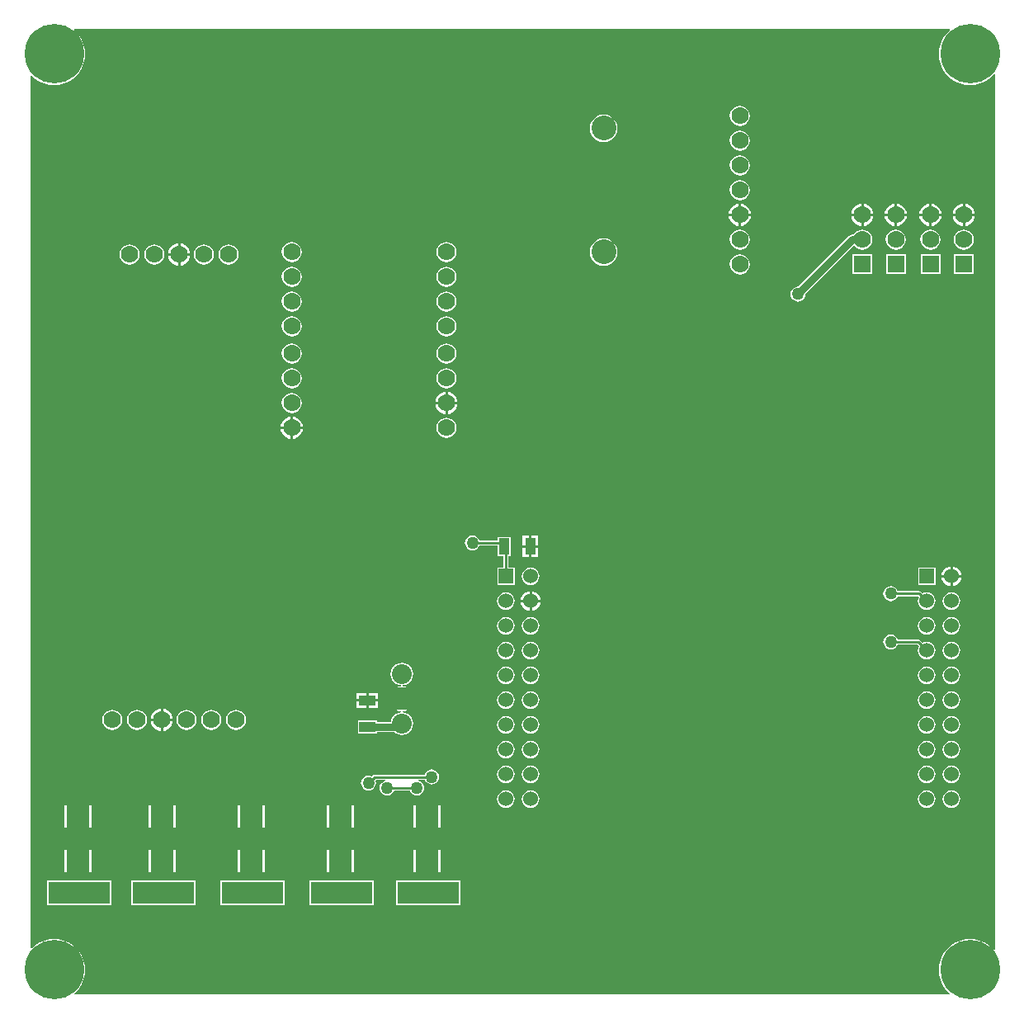
<source format=gbl>
G04*
G04 #@! TF.GenerationSoftware,Altium Limited,Altium Designer,18.1.9 (240)*
G04*
G04 Layer_Physical_Order=2*
G04 Layer_Color=16711680*
%FSLAX25Y25*%
%MOIN*%
G70*
G01*
G75*
%ADD10C,0.01000*%
%ADD13R,0.06693X0.04331*%
%ADD26C,0.03000*%
%ADD27C,0.07000*%
%ADD28R,0.07000X0.07000*%
%ADD29C,0.08000*%
%ADD30C,0.06000*%
%ADD31R,0.06000X0.06000*%
%ADD32C,0.10000*%
%ADD33R,0.09000X0.25000*%
%ADD34R,0.25000X0.09000*%
%ADD35C,0.05000*%
%ADD36C,0.24000*%
%ADD37R,0.04331X0.06693*%
G36*
X376912Y394531D02*
X376134Y393866D01*
X374856Y392370D01*
X373828Y390692D01*
X373075Y388875D01*
X372616Y386962D01*
X372461Y385000D01*
X372616Y383038D01*
X373075Y381125D01*
X373828Y379308D01*
X374856Y377630D01*
X376134Y376134D01*
X377630Y374856D01*
X379308Y373828D01*
X381125Y373075D01*
X383038Y372616D01*
X385000Y372461D01*
X386962Y372616D01*
X388875Y373075D01*
X390692Y373828D01*
X392370Y374856D01*
X393866Y376134D01*
X394531Y376912D01*
X395000Y376739D01*
Y23261D01*
X394531Y23088D01*
X393866Y23866D01*
X392370Y25144D01*
X390692Y26172D01*
X388875Y26925D01*
X386962Y27384D01*
X385000Y27539D01*
X383038Y27384D01*
X381125Y26925D01*
X379308Y26172D01*
X377630Y25144D01*
X376134Y23866D01*
X374856Y22370D01*
X373828Y20692D01*
X373075Y18875D01*
X372616Y16962D01*
X372461Y15000D01*
X372616Y13038D01*
X373075Y11125D01*
X373828Y9308D01*
X374856Y7630D01*
X376134Y6134D01*
X376912Y5469D01*
X376739Y5000D01*
X23261D01*
X23088Y5469D01*
X23866Y6134D01*
X25144Y7630D01*
X26172Y9308D01*
X26925Y11125D01*
X27384Y13038D01*
X27539Y15000D01*
X27384Y16962D01*
X26925Y18875D01*
X26172Y20692D01*
X25144Y22370D01*
X23866Y23866D01*
X22370Y25144D01*
X20692Y26172D01*
X18875Y26925D01*
X16962Y27384D01*
X15000Y27539D01*
X13038Y27384D01*
X11125Y26925D01*
X9308Y26172D01*
X7630Y25144D01*
X6134Y23866D01*
X5969Y23673D01*
X5500Y23846D01*
Y376154D01*
X5969Y376327D01*
X6134Y376134D01*
X7630Y374856D01*
X9308Y373828D01*
X11125Y373075D01*
X13038Y372616D01*
X15000Y372461D01*
X16962Y372616D01*
X18875Y373075D01*
X20692Y373828D01*
X22370Y374856D01*
X23866Y376134D01*
X25144Y377630D01*
X26172Y379308D01*
X26925Y381125D01*
X27384Y383038D01*
X27539Y385000D01*
X27384Y386962D01*
X26925Y388875D01*
X26172Y390692D01*
X25144Y392370D01*
X23866Y393866D01*
X23088Y394531D01*
X23261Y395000D01*
X376739D01*
X376912Y394531D01*
D02*
G37*
%LPC*%
G36*
X292000Y364035D02*
X290956Y363897D01*
X289983Y363494D01*
X289147Y362853D01*
X288506Y362017D01*
X288103Y361044D01*
X287965Y360000D01*
X288103Y358956D01*
X288506Y357983D01*
X289147Y357147D01*
X289983Y356506D01*
X290956Y356103D01*
X292000Y355965D01*
X293044Y356103D01*
X294017Y356506D01*
X294853Y357147D01*
X295494Y357983D01*
X295897Y358956D01*
X296035Y360000D01*
X295897Y361044D01*
X295494Y362017D01*
X294853Y362853D01*
X294017Y363494D01*
X293044Y363897D01*
X292000Y364035D01*
D02*
G37*
G36*
X237000Y360547D02*
X235564Y360358D01*
X234226Y359804D01*
X233077Y358923D01*
X232196Y357774D01*
X231642Y356436D01*
X231452Y355000D01*
X231642Y353564D01*
X232196Y352226D01*
X233077Y351077D01*
X234226Y350196D01*
X235564Y349642D01*
X237000Y349452D01*
X238436Y349642D01*
X239774Y350196D01*
X240923Y351077D01*
X241804Y352226D01*
X242358Y353564D01*
X242547Y355000D01*
X242358Y356436D01*
X241804Y357774D01*
X240923Y358923D01*
X239774Y359804D01*
X238436Y360358D01*
X237000Y360547D01*
D02*
G37*
G36*
X292000Y354034D02*
X290956Y353897D01*
X289983Y353494D01*
X289147Y352853D01*
X288506Y352017D01*
X288103Y351044D01*
X287965Y350000D01*
X288103Y348956D01*
X288506Y347983D01*
X289147Y347147D01*
X289983Y346506D01*
X290956Y346103D01*
X292000Y345966D01*
X293044Y346103D01*
X294017Y346506D01*
X294853Y347147D01*
X295494Y347983D01*
X295897Y348956D01*
X296035Y350000D01*
X295897Y351044D01*
X295494Y352017D01*
X294853Y352853D01*
X294017Y353494D01*
X293044Y353897D01*
X292000Y354034D01*
D02*
G37*
G36*
Y344035D02*
X290956Y343897D01*
X289983Y343494D01*
X289147Y342853D01*
X288506Y342017D01*
X288103Y341044D01*
X287965Y340000D01*
X288103Y338956D01*
X288506Y337983D01*
X289147Y337147D01*
X289983Y336506D01*
X290956Y336103D01*
X292000Y335965D01*
X293044Y336103D01*
X294017Y336506D01*
X294853Y337147D01*
X295494Y337983D01*
X295897Y338956D01*
X296035Y340000D01*
X295897Y341044D01*
X295494Y342017D01*
X294853Y342853D01*
X294017Y343494D01*
X293044Y343897D01*
X292000Y344035D01*
D02*
G37*
G36*
Y334034D02*
X290956Y333897D01*
X289983Y333494D01*
X289147Y332853D01*
X288506Y332017D01*
X288103Y331044D01*
X287965Y330000D01*
X288103Y328956D01*
X288506Y327983D01*
X289147Y327147D01*
X289983Y326506D01*
X290956Y326103D01*
X292000Y325965D01*
X293044Y326103D01*
X294017Y326506D01*
X294853Y327147D01*
X295494Y327983D01*
X295897Y328956D01*
X296035Y330000D01*
X295897Y331044D01*
X295494Y332017D01*
X294853Y332853D01*
X294017Y333494D01*
X293044Y333897D01*
X292000Y334034D01*
D02*
G37*
G36*
X292500Y324473D02*
Y320500D01*
X296473D01*
X296384Y321175D01*
X295931Y322269D01*
X295209Y323209D01*
X294269Y323931D01*
X293175Y324384D01*
X292500Y324473D01*
D02*
G37*
G36*
X383000D02*
Y320500D01*
X386973D01*
X386884Y321175D01*
X386431Y322269D01*
X385709Y323209D01*
X384769Y323931D01*
X383675Y324384D01*
X383000Y324473D01*
D02*
G37*
G36*
X382000D02*
X381325Y324384D01*
X380231Y323931D01*
X379291Y323209D01*
X378569Y322269D01*
X378116Y321175D01*
X378027Y320500D01*
X382000D01*
Y324473D01*
D02*
G37*
G36*
X369500D02*
Y320500D01*
X373473D01*
X373384Y321175D01*
X372931Y322269D01*
X372209Y323209D01*
X371269Y323931D01*
X370175Y324384D01*
X369500Y324473D01*
D02*
G37*
G36*
X368500D02*
X367825Y324384D01*
X366731Y323931D01*
X365791Y323209D01*
X365069Y322269D01*
X364616Y321175D01*
X364527Y320500D01*
X368500D01*
Y324473D01*
D02*
G37*
G36*
X355500D02*
Y320500D01*
X359473D01*
X359384Y321175D01*
X358931Y322269D01*
X358209Y323209D01*
X357269Y323931D01*
X356175Y324384D01*
X355500Y324473D01*
D02*
G37*
G36*
X354500D02*
X353825Y324384D01*
X352731Y323931D01*
X351791Y323209D01*
X351069Y322269D01*
X350616Y321175D01*
X350527Y320500D01*
X354500D01*
Y324473D01*
D02*
G37*
G36*
X342000D02*
Y320500D01*
X345973D01*
X345884Y321175D01*
X345431Y322269D01*
X344709Y323209D01*
X343769Y323931D01*
X342675Y324384D01*
X342000Y324473D01*
D02*
G37*
G36*
X341000D02*
X340325Y324384D01*
X339231Y323931D01*
X338291Y323209D01*
X337569Y322269D01*
X337116Y321175D01*
X337027Y320500D01*
X341000D01*
Y324473D01*
D02*
G37*
G36*
X291500D02*
X290825Y324384D01*
X289731Y323931D01*
X288791Y323209D01*
X288069Y322269D01*
X287616Y321175D01*
X287527Y320500D01*
X291500D01*
Y324473D01*
D02*
G37*
G36*
X296473Y319500D02*
X292500D01*
Y315527D01*
X293175Y315616D01*
X294269Y316069D01*
X295209Y316791D01*
X295931Y317731D01*
X296384Y318825D01*
X296473Y319500D01*
D02*
G37*
G36*
X386973D02*
X383000D01*
Y315527D01*
X383675Y315616D01*
X384769Y316069D01*
X385709Y316791D01*
X386431Y317731D01*
X386884Y318825D01*
X386973Y319500D01*
D02*
G37*
G36*
X382000D02*
X378027D01*
X378116Y318825D01*
X378569Y317731D01*
X379291Y316791D01*
X380231Y316069D01*
X381325Y315616D01*
X382000Y315527D01*
Y319500D01*
D02*
G37*
G36*
X373473D02*
X369500D01*
Y315527D01*
X370175Y315616D01*
X371269Y316069D01*
X372209Y316791D01*
X372931Y317731D01*
X373384Y318825D01*
X373473Y319500D01*
D02*
G37*
G36*
X368500D02*
X364527D01*
X364616Y318825D01*
X365069Y317731D01*
X365791Y316791D01*
X366731Y316069D01*
X367825Y315616D01*
X368500Y315527D01*
Y319500D01*
D02*
G37*
G36*
X359473D02*
X355500D01*
Y315527D01*
X356175Y315616D01*
X357269Y316069D01*
X358209Y316791D01*
X358931Y317731D01*
X359384Y318825D01*
X359473Y319500D01*
D02*
G37*
G36*
X354500D02*
X350527D01*
X350616Y318825D01*
X351069Y317731D01*
X351791Y316791D01*
X352731Y316069D01*
X353825Y315616D01*
X354500Y315527D01*
Y319500D01*
D02*
G37*
G36*
X345973D02*
X342000D01*
Y315527D01*
X342675Y315616D01*
X343769Y316069D01*
X344709Y316791D01*
X345431Y317731D01*
X345884Y318825D01*
X345973Y319500D01*
D02*
G37*
G36*
X341000D02*
X337027D01*
X337116Y318825D01*
X337569Y317731D01*
X338291Y316791D01*
X339231Y316069D01*
X340325Y315616D01*
X341000Y315527D01*
Y319500D01*
D02*
G37*
G36*
X291500D02*
X287527D01*
X287616Y318825D01*
X288069Y317731D01*
X288791Y316791D01*
X289731Y316069D01*
X290825Y315616D01*
X291500Y315527D01*
Y319500D01*
D02*
G37*
G36*
X382500Y314035D02*
X381456Y313897D01*
X380483Y313494D01*
X379647Y312853D01*
X379006Y312017D01*
X378603Y311044D01*
X378466Y310000D01*
X378603Y308956D01*
X379006Y307983D01*
X379647Y307147D01*
X380483Y306506D01*
X381456Y306103D01*
X382500Y305965D01*
X383544Y306103D01*
X384517Y306506D01*
X385353Y307147D01*
X385994Y307983D01*
X386397Y308956D01*
X386535Y310000D01*
X386397Y311044D01*
X385994Y312017D01*
X385353Y312853D01*
X384517Y313494D01*
X383544Y313897D01*
X382500Y314035D01*
D02*
G37*
G36*
X369000D02*
X367956Y313897D01*
X366983Y313494D01*
X366147Y312853D01*
X365506Y312017D01*
X365103Y311044D01*
X364966Y310000D01*
X365103Y308956D01*
X365506Y307983D01*
X366147Y307147D01*
X366983Y306506D01*
X367956Y306103D01*
X369000Y305965D01*
X370044Y306103D01*
X371017Y306506D01*
X371853Y307147D01*
X372494Y307983D01*
X372897Y308956D01*
X373035Y310000D01*
X372897Y311044D01*
X372494Y312017D01*
X371853Y312853D01*
X371017Y313494D01*
X370044Y313897D01*
X369000Y314035D01*
D02*
G37*
G36*
X355000D02*
X353956Y313897D01*
X352983Y313494D01*
X352147Y312853D01*
X351506Y312017D01*
X351103Y311044D01*
X350965Y310000D01*
X351103Y308956D01*
X351506Y307983D01*
X352147Y307147D01*
X352983Y306506D01*
X353956Y306103D01*
X355000Y305965D01*
X356044Y306103D01*
X357017Y306506D01*
X357853Y307147D01*
X358494Y307983D01*
X358897Y308956D01*
X359034Y310000D01*
X358897Y311044D01*
X358494Y312017D01*
X357853Y312853D01*
X357017Y313494D01*
X356044Y313897D01*
X355000Y314035D01*
D02*
G37*
G36*
X341500D02*
X340456Y313897D01*
X339483Y313494D01*
X338647Y312853D01*
X338023Y312039D01*
X337500D01*
X336720Y311884D01*
X336058Y311442D01*
X315626Y291009D01*
X315500Y291026D01*
X314717Y290923D01*
X313987Y290620D01*
X313360Y290140D01*
X312879Y289513D01*
X312577Y288783D01*
X312474Y288000D01*
X312577Y287217D01*
X312879Y286487D01*
X313360Y285860D01*
X313987Y285380D01*
X314717Y285077D01*
X315500Y284974D01*
X316283Y285077D01*
X317013Y285380D01*
X317640Y285860D01*
X318121Y286487D01*
X318423Y287217D01*
X318526Y288000D01*
X318509Y288125D01*
X337894Y307511D01*
X338393Y307478D01*
X338647Y307147D01*
X339483Y306506D01*
X340456Y306103D01*
X341500Y305965D01*
X342544Y306103D01*
X343517Y306506D01*
X344353Y307147D01*
X344994Y307983D01*
X345397Y308956D01*
X345534Y310000D01*
X345397Y311044D01*
X344994Y312017D01*
X344353Y312853D01*
X343517Y313494D01*
X342544Y313897D01*
X341500Y314035D01*
D02*
G37*
G36*
X292000D02*
X290956Y313897D01*
X289983Y313494D01*
X289147Y312853D01*
X288506Y312017D01*
X288103Y311044D01*
X287965Y310000D01*
X288103Y308956D01*
X288506Y307983D01*
X289147Y307147D01*
X289983Y306506D01*
X290956Y306103D01*
X292000Y305965D01*
X293044Y306103D01*
X294017Y306506D01*
X294853Y307147D01*
X295494Y307983D01*
X295897Y308956D01*
X296035Y310000D01*
X295897Y311044D01*
X295494Y312017D01*
X294853Y312853D01*
X294017Y313494D01*
X293044Y313897D01*
X292000Y314035D01*
D02*
G37*
G36*
X66000Y308473D02*
Y304500D01*
X69973D01*
X69884Y305175D01*
X69431Y306269D01*
X68709Y307209D01*
X67769Y307931D01*
X66675Y308384D01*
X66000Y308473D01*
D02*
G37*
G36*
X65000D02*
X64325Y308384D01*
X63231Y307931D01*
X62291Y307209D01*
X61569Y306269D01*
X61116Y305175D01*
X61027Y304500D01*
X65000D01*
Y308473D01*
D02*
G37*
G36*
X173500Y309034D02*
X172456Y308897D01*
X171483Y308494D01*
X170647Y307853D01*
X170006Y307017D01*
X169603Y306044D01*
X169465Y305000D01*
X169603Y303956D01*
X170006Y302983D01*
X170647Y302147D01*
X171483Y301506D01*
X172456Y301103D01*
X173500Y300965D01*
X174544Y301103D01*
X175517Y301506D01*
X176353Y302147D01*
X176994Y302983D01*
X177397Y303956D01*
X177534Y305000D01*
X177397Y306044D01*
X176994Y307017D01*
X176353Y307853D01*
X175517Y308494D01*
X174544Y308897D01*
X173500Y309034D01*
D02*
G37*
G36*
X111000D02*
X109956Y308897D01*
X108983Y308494D01*
X108147Y307853D01*
X107506Y307017D01*
X107103Y306044D01*
X106965Y305000D01*
X107103Y303956D01*
X107506Y302983D01*
X108147Y302147D01*
X108983Y301506D01*
X109956Y301103D01*
X111000Y300965D01*
X112044Y301103D01*
X113017Y301506D01*
X113853Y302147D01*
X114494Y302983D01*
X114897Y303956D01*
X115034Y305000D01*
X114897Y306044D01*
X114494Y307017D01*
X113853Y307853D01*
X113017Y308494D01*
X112044Y308897D01*
X111000Y309034D01*
D02*
G37*
G36*
X85500Y308034D02*
X84456Y307897D01*
X83483Y307494D01*
X82647Y306853D01*
X82006Y306017D01*
X81603Y305044D01*
X81466Y304000D01*
X81603Y302956D01*
X82006Y301983D01*
X82647Y301147D01*
X83483Y300506D01*
X84456Y300103D01*
X85500Y299966D01*
X86544Y300103D01*
X87517Y300506D01*
X88353Y301147D01*
X88994Y301983D01*
X89397Y302956D01*
X89534Y304000D01*
X89397Y305044D01*
X88994Y306017D01*
X88353Y306853D01*
X87517Y307494D01*
X86544Y307897D01*
X85500Y308034D01*
D02*
G37*
G36*
X75500D02*
X74456Y307897D01*
X73483Y307494D01*
X72647Y306853D01*
X72006Y306017D01*
X71603Y305044D01*
X71465Y304000D01*
X71603Y302956D01*
X72006Y301983D01*
X72647Y301147D01*
X73483Y300506D01*
X74456Y300103D01*
X75500Y299966D01*
X76544Y300103D01*
X77517Y300506D01*
X78353Y301147D01*
X78994Y301983D01*
X79397Y302956D01*
X79535Y304000D01*
X79397Y305044D01*
X78994Y306017D01*
X78353Y306853D01*
X77517Y307494D01*
X76544Y307897D01*
X75500Y308034D01*
D02*
G37*
G36*
X55500D02*
X54456Y307897D01*
X53483Y307494D01*
X52647Y306853D01*
X52006Y306017D01*
X51603Y305044D01*
X51465Y304000D01*
X51603Y302956D01*
X52006Y301983D01*
X52647Y301147D01*
X53483Y300506D01*
X54456Y300103D01*
X55500Y299966D01*
X56544Y300103D01*
X57517Y300506D01*
X58353Y301147D01*
X58994Y301983D01*
X59397Y302956D01*
X59535Y304000D01*
X59397Y305044D01*
X58994Y306017D01*
X58353Y306853D01*
X57517Y307494D01*
X56544Y307897D01*
X55500Y308034D01*
D02*
G37*
G36*
X45500D02*
X44456Y307897D01*
X43483Y307494D01*
X42647Y306853D01*
X42006Y306017D01*
X41603Y305044D01*
X41465Y304000D01*
X41603Y302956D01*
X42006Y301983D01*
X42647Y301147D01*
X43483Y300506D01*
X44456Y300103D01*
X45500Y299966D01*
X46544Y300103D01*
X47517Y300506D01*
X48353Y301147D01*
X48994Y301983D01*
X49397Y302956D01*
X49534Y304000D01*
X49397Y305044D01*
X48994Y306017D01*
X48353Y306853D01*
X47517Y307494D01*
X46544Y307897D01*
X45500Y308034D01*
D02*
G37*
G36*
X69973Y303500D02*
X66000D01*
Y299527D01*
X66675Y299616D01*
X67769Y300069D01*
X68709Y300791D01*
X69431Y301731D01*
X69884Y302825D01*
X69973Y303500D01*
D02*
G37*
G36*
X65000D02*
X61027D01*
X61116Y302825D01*
X61569Y301731D01*
X62291Y300791D01*
X63231Y300069D01*
X64325Y299616D01*
X65000Y299527D01*
Y303500D01*
D02*
G37*
G36*
X237000Y310547D02*
X235564Y310358D01*
X234226Y309804D01*
X233077Y308923D01*
X232196Y307774D01*
X231642Y306436D01*
X231452Y305000D01*
X231642Y303564D01*
X232196Y302226D01*
X233077Y301077D01*
X234226Y300196D01*
X235564Y299642D01*
X237000Y299452D01*
X238436Y299642D01*
X239774Y300196D01*
X240923Y301077D01*
X241804Y302226D01*
X242358Y303564D01*
X242547Y305000D01*
X242358Y306436D01*
X241804Y307774D01*
X240923Y308923D01*
X239774Y309804D01*
X238436Y310358D01*
X237000Y310547D01*
D02*
G37*
G36*
X386500Y304000D02*
X378500D01*
Y296000D01*
X386500D01*
Y304000D01*
D02*
G37*
G36*
X373000D02*
X365000D01*
Y296000D01*
X373000D01*
Y304000D01*
D02*
G37*
G36*
X359000D02*
X351000D01*
Y296000D01*
X359000D01*
Y304000D01*
D02*
G37*
G36*
X345500D02*
X337500D01*
Y296000D01*
X345500D01*
Y304000D01*
D02*
G37*
G36*
X292000Y304034D02*
X290956Y303897D01*
X289983Y303494D01*
X289147Y302853D01*
X288506Y302017D01*
X288103Y301044D01*
X287965Y300000D01*
X288103Y298956D01*
X288506Y297983D01*
X289147Y297147D01*
X289983Y296506D01*
X290956Y296103D01*
X292000Y295966D01*
X293044Y296103D01*
X294017Y296506D01*
X294853Y297147D01*
X295494Y297983D01*
X295897Y298956D01*
X296035Y300000D01*
X295897Y301044D01*
X295494Y302017D01*
X294853Y302853D01*
X294017Y303494D01*
X293044Y303897D01*
X292000Y304034D01*
D02*
G37*
G36*
X173500Y299035D02*
X172456Y298897D01*
X171483Y298494D01*
X170647Y297853D01*
X170006Y297017D01*
X169603Y296044D01*
X169465Y295000D01*
X169603Y293956D01*
X170006Y292983D01*
X170647Y292147D01*
X171483Y291506D01*
X172456Y291103D01*
X173500Y290966D01*
X174544Y291103D01*
X175517Y291506D01*
X176353Y292147D01*
X176994Y292983D01*
X177397Y293956D01*
X177534Y295000D01*
X177397Y296044D01*
X176994Y297017D01*
X176353Y297853D01*
X175517Y298494D01*
X174544Y298897D01*
X173500Y299035D01*
D02*
G37*
G36*
X111000D02*
X109956Y298897D01*
X108983Y298494D01*
X108147Y297853D01*
X107506Y297017D01*
X107103Y296044D01*
X106965Y295000D01*
X107103Y293956D01*
X107506Y292983D01*
X108147Y292147D01*
X108983Y291506D01*
X109956Y291103D01*
X111000Y290966D01*
X112044Y291103D01*
X113017Y291506D01*
X113853Y292147D01*
X114494Y292983D01*
X114897Y293956D01*
X115034Y295000D01*
X114897Y296044D01*
X114494Y297017D01*
X113853Y297853D01*
X113017Y298494D01*
X112044Y298897D01*
X111000Y299035D01*
D02*
G37*
G36*
X173500Y289035D02*
X172456Y288897D01*
X171483Y288494D01*
X170647Y287853D01*
X170006Y287017D01*
X169603Y286044D01*
X169465Y285000D01*
X169603Y283956D01*
X170006Y282983D01*
X170647Y282147D01*
X171483Y281506D01*
X172456Y281103D01*
X173500Y280965D01*
X174544Y281103D01*
X175517Y281506D01*
X176353Y282147D01*
X176994Y282983D01*
X177397Y283956D01*
X177534Y285000D01*
X177397Y286044D01*
X176994Y287017D01*
X176353Y287853D01*
X175517Y288494D01*
X174544Y288897D01*
X173500Y289035D01*
D02*
G37*
G36*
X111000D02*
X109956Y288897D01*
X108983Y288494D01*
X108147Y287853D01*
X107506Y287017D01*
X107103Y286044D01*
X106965Y285000D01*
X107103Y283956D01*
X107506Y282983D01*
X108147Y282147D01*
X108983Y281506D01*
X109956Y281103D01*
X111000Y280965D01*
X112044Y281103D01*
X113017Y281506D01*
X113853Y282147D01*
X114494Y282983D01*
X114897Y283956D01*
X115034Y285000D01*
X114897Y286044D01*
X114494Y287017D01*
X113853Y287853D01*
X113017Y288494D01*
X112044Y288897D01*
X111000Y289035D01*
D02*
G37*
G36*
X173500Y279034D02*
X172456Y278897D01*
X171483Y278494D01*
X170647Y277853D01*
X170006Y277017D01*
X169603Y276044D01*
X169465Y275000D01*
X169603Y273956D01*
X170006Y272983D01*
X170647Y272147D01*
X171483Y271506D01*
X172456Y271103D01*
X173500Y270966D01*
X174544Y271103D01*
X175517Y271506D01*
X176353Y272147D01*
X176994Y272983D01*
X177397Y273956D01*
X177534Y275000D01*
X177397Y276044D01*
X176994Y277017D01*
X176353Y277853D01*
X175517Y278494D01*
X174544Y278897D01*
X173500Y279034D01*
D02*
G37*
G36*
X111000D02*
X109956Y278897D01*
X108983Y278494D01*
X108147Y277853D01*
X107506Y277017D01*
X107103Y276044D01*
X106965Y275000D01*
X107103Y273956D01*
X107506Y272983D01*
X108147Y272147D01*
X108983Y271506D01*
X109956Y271103D01*
X111000Y270966D01*
X112044Y271103D01*
X113017Y271506D01*
X113853Y272147D01*
X114494Y272983D01*
X114897Y273956D01*
X115034Y275000D01*
X114897Y276044D01*
X114494Y277017D01*
X113853Y277853D01*
X113017Y278494D01*
X112044Y278897D01*
X111000Y279034D01*
D02*
G37*
G36*
X173500Y268035D02*
X172456Y267897D01*
X171483Y267494D01*
X170647Y266853D01*
X170006Y266017D01*
X169603Y265044D01*
X169465Y264000D01*
X169603Y262956D01*
X170006Y261983D01*
X170647Y261147D01*
X171483Y260506D01*
X172456Y260103D01*
X173500Y259965D01*
X174544Y260103D01*
X175517Y260506D01*
X176353Y261147D01*
X176994Y261983D01*
X177397Y262956D01*
X177534Y264000D01*
X177397Y265044D01*
X176994Y266017D01*
X176353Y266853D01*
X175517Y267494D01*
X174544Y267897D01*
X173500Y268035D01*
D02*
G37*
G36*
X111000D02*
X109956Y267897D01*
X108983Y267494D01*
X108147Y266853D01*
X107506Y266017D01*
X107103Y265044D01*
X106965Y264000D01*
X107103Y262956D01*
X107506Y261983D01*
X108147Y261147D01*
X108983Y260506D01*
X109956Y260103D01*
X111000Y259965D01*
X112044Y260103D01*
X113017Y260506D01*
X113853Y261147D01*
X114494Y261983D01*
X114897Y262956D01*
X115034Y264000D01*
X114897Y265044D01*
X114494Y266017D01*
X113853Y266853D01*
X113017Y267494D01*
X112044Y267897D01*
X111000Y268035D01*
D02*
G37*
G36*
X173500Y258034D02*
X172456Y257897D01*
X171483Y257494D01*
X170647Y256853D01*
X170006Y256017D01*
X169603Y255044D01*
X169465Y254000D01*
X169603Y252956D01*
X170006Y251983D01*
X170647Y251147D01*
X171483Y250506D01*
X172456Y250103D01*
X173500Y249966D01*
X174544Y250103D01*
X175517Y250506D01*
X176353Y251147D01*
X176994Y251983D01*
X177397Y252956D01*
X177534Y254000D01*
X177397Y255044D01*
X176994Y256017D01*
X176353Y256853D01*
X175517Y257494D01*
X174544Y257897D01*
X173500Y258034D01*
D02*
G37*
G36*
X111000D02*
X109956Y257897D01*
X108983Y257494D01*
X108147Y256853D01*
X107506Y256017D01*
X107103Y255044D01*
X106965Y254000D01*
X107103Y252956D01*
X107506Y251983D01*
X108147Y251147D01*
X108983Y250506D01*
X109956Y250103D01*
X111000Y249966D01*
X112044Y250103D01*
X113017Y250506D01*
X113853Y251147D01*
X114494Y251983D01*
X114897Y252956D01*
X115034Y254000D01*
X114897Y255044D01*
X114494Y256017D01*
X113853Y256853D01*
X113017Y257494D01*
X112044Y257897D01*
X111000Y258034D01*
D02*
G37*
G36*
X174000Y248473D02*
Y244500D01*
X177973D01*
X177884Y245175D01*
X177431Y246269D01*
X176709Y247209D01*
X175769Y247931D01*
X174675Y248384D01*
X174000Y248473D01*
D02*
G37*
G36*
X173000D02*
X172325Y248384D01*
X171231Y247931D01*
X170291Y247209D01*
X169569Y246269D01*
X169116Y245175D01*
X169027Y244500D01*
X173000D01*
Y248473D01*
D02*
G37*
G36*
X111000Y248035D02*
X109956Y247897D01*
X108983Y247494D01*
X108147Y246853D01*
X107506Y246017D01*
X107103Y245044D01*
X106965Y244000D01*
X107103Y242956D01*
X107506Y241983D01*
X108147Y241147D01*
X108983Y240506D01*
X109956Y240103D01*
X111000Y239966D01*
X112044Y240103D01*
X113017Y240506D01*
X113853Y241147D01*
X114494Y241983D01*
X114897Y242956D01*
X115034Y244000D01*
X114897Y245044D01*
X114494Y246017D01*
X113853Y246853D01*
X113017Y247494D01*
X112044Y247897D01*
X111000Y248035D01*
D02*
G37*
G36*
X177973Y243500D02*
X174000D01*
Y239527D01*
X174675Y239616D01*
X175769Y240069D01*
X176709Y240791D01*
X177431Y241731D01*
X177884Y242825D01*
X177973Y243500D01*
D02*
G37*
G36*
X173000D02*
X169027D01*
X169116Y242825D01*
X169569Y241731D01*
X170291Y240791D01*
X171231Y240069D01*
X172325Y239616D01*
X173000Y239527D01*
Y243500D01*
D02*
G37*
G36*
X111500Y238473D02*
Y234500D01*
X115473D01*
X115384Y235175D01*
X114931Y236269D01*
X114209Y237209D01*
X113269Y237931D01*
X112175Y238384D01*
X111500Y238473D01*
D02*
G37*
G36*
X110500D02*
X109825Y238384D01*
X108731Y237931D01*
X107791Y237209D01*
X107069Y236269D01*
X106616Y235175D01*
X106527Y234500D01*
X110500D01*
Y238473D01*
D02*
G37*
G36*
X173500Y238035D02*
X172456Y237897D01*
X171483Y237494D01*
X170647Y236853D01*
X170006Y236017D01*
X169603Y235044D01*
X169465Y234000D01*
X169603Y232956D01*
X170006Y231983D01*
X170647Y231147D01*
X171483Y230506D01*
X172456Y230103D01*
X173500Y229965D01*
X174544Y230103D01*
X175517Y230506D01*
X176353Y231147D01*
X176994Y231983D01*
X177397Y232956D01*
X177534Y234000D01*
X177397Y235044D01*
X176994Y236017D01*
X176353Y236853D01*
X175517Y237494D01*
X174544Y237897D01*
X173500Y238035D01*
D02*
G37*
G36*
X115473Y233500D02*
X111500D01*
Y229527D01*
X112175Y229616D01*
X113269Y230069D01*
X114209Y230791D01*
X114931Y231731D01*
X115384Y232825D01*
X115473Y233500D01*
D02*
G37*
G36*
X110500D02*
X106527D01*
X106616Y232825D01*
X107069Y231731D01*
X107791Y230791D01*
X108731Y230069D01*
X109825Y229616D01*
X110500Y229527D01*
Y233500D01*
D02*
G37*
G36*
X210480Y190347D02*
X207815D01*
Y186500D01*
X210480D01*
Y190347D01*
D02*
G37*
G36*
X206815D02*
X204150D01*
Y186500D01*
X206815D01*
Y190347D01*
D02*
G37*
G36*
X210480Y185500D02*
X207815D01*
Y181653D01*
X210480D01*
Y185500D01*
D02*
G37*
G36*
X206815D02*
X204150D01*
Y181653D01*
X206815D01*
Y185500D01*
D02*
G37*
G36*
X378000Y177969D02*
Y174500D01*
X381469D01*
X381397Y175044D01*
X380994Y176017D01*
X380353Y176853D01*
X379517Y177494D01*
X378544Y177897D01*
X378000Y177969D01*
D02*
G37*
G36*
X377000D02*
X376456Y177897D01*
X375483Y177494D01*
X374647Y176853D01*
X374006Y176017D01*
X373603Y175044D01*
X373531Y174500D01*
X377000D01*
Y177969D01*
D02*
G37*
G36*
X371000Y177500D02*
X364000D01*
Y170500D01*
X371000D01*
Y177500D01*
D02*
G37*
G36*
X184000Y190526D02*
X183217Y190423D01*
X182487Y190120D01*
X181860Y189640D01*
X181379Y189013D01*
X181077Y188283D01*
X180974Y187500D01*
X181077Y186717D01*
X181379Y185987D01*
X181860Y185360D01*
X182487Y184880D01*
X183217Y184577D01*
X184000Y184474D01*
X184783Y184577D01*
X185513Y184880D01*
X186140Y185360D01*
X186620Y185987D01*
X186825Y186480D01*
X194020D01*
Y182153D01*
X196480D01*
Y177500D01*
X194000D01*
Y170500D01*
X201000D01*
Y177500D01*
X198520D01*
Y182153D01*
X199350D01*
Y189847D01*
X194020D01*
Y188520D01*
X186825D01*
X186620Y189013D01*
X186140Y189640D01*
X185513Y190120D01*
X184783Y190423D01*
X184000Y190526D01*
D02*
G37*
G36*
X207500Y177530D02*
X206586Y177410D01*
X205735Y177057D01*
X205004Y176496D01*
X204443Y175765D01*
X204090Y174914D01*
X203970Y174000D01*
X204090Y173086D01*
X204443Y172235D01*
X205004Y171504D01*
X205735Y170943D01*
X206586Y170590D01*
X207500Y170470D01*
X208414Y170590D01*
X209265Y170943D01*
X209996Y171504D01*
X210557Y172235D01*
X210910Y173086D01*
X211030Y174000D01*
X210910Y174914D01*
X210557Y175765D01*
X209996Y176496D01*
X209265Y177057D01*
X208414Y177410D01*
X207500Y177530D01*
D02*
G37*
G36*
X381469Y173500D02*
X378000D01*
Y170031D01*
X378544Y170103D01*
X379517Y170506D01*
X380353Y171147D01*
X380994Y171983D01*
X381397Y172956D01*
X381469Y173500D01*
D02*
G37*
G36*
X377000D02*
X373531D01*
X373603Y172956D01*
X374006Y171983D01*
X374647Y171147D01*
X375483Y170506D01*
X376456Y170103D01*
X377000Y170031D01*
Y173500D01*
D02*
G37*
G36*
X208000Y167969D02*
Y164500D01*
X211469D01*
X211397Y165044D01*
X210994Y166017D01*
X210353Y166853D01*
X209517Y167494D01*
X208544Y167897D01*
X208000Y167969D01*
D02*
G37*
G36*
X207000D02*
X206456Y167897D01*
X205483Y167494D01*
X204647Y166853D01*
X204006Y166017D01*
X203603Y165044D01*
X203531Y164500D01*
X207000D01*
Y167969D01*
D02*
G37*
G36*
X377500Y167530D02*
X376586Y167410D01*
X375735Y167057D01*
X375004Y166496D01*
X374443Y165765D01*
X374090Y164914D01*
X373970Y164000D01*
X374090Y163086D01*
X374443Y162235D01*
X375004Y161504D01*
X375735Y160943D01*
X376586Y160590D01*
X377500Y160470D01*
X378414Y160590D01*
X379265Y160943D01*
X379996Y161504D01*
X380557Y162235D01*
X380910Y163086D01*
X381030Y164000D01*
X380910Y164914D01*
X380557Y165765D01*
X379996Y166496D01*
X379265Y167057D01*
X378414Y167410D01*
X377500Y167530D01*
D02*
G37*
G36*
X353000Y170026D02*
X352217Y169923D01*
X351487Y169621D01*
X350860Y169140D01*
X350379Y168513D01*
X350077Y167783D01*
X349974Y167000D01*
X350077Y166217D01*
X350379Y165487D01*
X350860Y164860D01*
X351487Y164380D01*
X352217Y164077D01*
X353000Y163974D01*
X353783Y164077D01*
X354513Y164380D01*
X355140Y164860D01*
X355621Y165487D01*
X355825Y165980D01*
X364067D01*
X364376Y165604D01*
X364090Y164914D01*
X363970Y164000D01*
X364090Y163086D01*
X364443Y162235D01*
X365004Y161504D01*
X365735Y160943D01*
X366586Y160590D01*
X367500Y160470D01*
X368414Y160590D01*
X369265Y160943D01*
X369996Y161504D01*
X370557Y162235D01*
X370910Y163086D01*
X371030Y164000D01*
X370910Y164914D01*
X370557Y165765D01*
X369996Y166496D01*
X369265Y167057D01*
X368414Y167410D01*
X367500Y167530D01*
X366586Y167410D01*
X365841Y167101D01*
X365221Y167721D01*
X364890Y167942D01*
X364500Y168020D01*
X355825D01*
X355621Y168513D01*
X355140Y169140D01*
X354513Y169621D01*
X353783Y169923D01*
X353000Y170026D01*
D02*
G37*
G36*
X197500Y167530D02*
X196586Y167410D01*
X195735Y167057D01*
X195004Y166496D01*
X194443Y165765D01*
X194090Y164914D01*
X193970Y164000D01*
X194090Y163086D01*
X194443Y162235D01*
X195004Y161504D01*
X195735Y160943D01*
X196586Y160590D01*
X197500Y160470D01*
X198414Y160590D01*
X199265Y160943D01*
X199996Y161504D01*
X200557Y162235D01*
X200910Y163086D01*
X201030Y164000D01*
X200910Y164914D01*
X200557Y165765D01*
X199996Y166496D01*
X199265Y167057D01*
X198414Y167410D01*
X197500Y167530D01*
D02*
G37*
G36*
X211469Y163500D02*
X208000D01*
Y160031D01*
X208544Y160103D01*
X209517Y160506D01*
X210353Y161147D01*
X210994Y161983D01*
X211397Y162956D01*
X211469Y163500D01*
D02*
G37*
G36*
X207000D02*
X203531D01*
X203603Y162956D01*
X204006Y161983D01*
X204647Y161147D01*
X205483Y160506D01*
X206456Y160103D01*
X207000Y160031D01*
Y163500D01*
D02*
G37*
G36*
X377500Y157530D02*
X376586Y157410D01*
X375735Y157057D01*
X375004Y156496D01*
X374443Y155765D01*
X374090Y154914D01*
X373970Y154000D01*
X374090Y153086D01*
X374443Y152235D01*
X375004Y151504D01*
X375735Y150943D01*
X376586Y150590D01*
X377500Y150470D01*
X378414Y150590D01*
X379265Y150943D01*
X379996Y151504D01*
X380557Y152235D01*
X380910Y153086D01*
X381030Y154000D01*
X380910Y154914D01*
X380557Y155765D01*
X379996Y156496D01*
X379265Y157057D01*
X378414Y157410D01*
X377500Y157530D01*
D02*
G37*
G36*
X367500D02*
X366586Y157410D01*
X365735Y157057D01*
X365004Y156496D01*
X364443Y155765D01*
X364090Y154914D01*
X363970Y154000D01*
X364090Y153086D01*
X364443Y152235D01*
X365004Y151504D01*
X365735Y150943D01*
X366586Y150590D01*
X367500Y150470D01*
X368414Y150590D01*
X369265Y150943D01*
X369996Y151504D01*
X370557Y152235D01*
X370910Y153086D01*
X371030Y154000D01*
X370910Y154914D01*
X370557Y155765D01*
X369996Y156496D01*
X369265Y157057D01*
X368414Y157410D01*
X367500Y157530D01*
D02*
G37*
G36*
X207500D02*
X206586Y157410D01*
X205735Y157057D01*
X205004Y156496D01*
X204443Y155765D01*
X204090Y154914D01*
X203970Y154000D01*
X204090Y153086D01*
X204443Y152235D01*
X205004Y151504D01*
X205735Y150943D01*
X206586Y150590D01*
X207500Y150470D01*
X208414Y150590D01*
X209265Y150943D01*
X209996Y151504D01*
X210557Y152235D01*
X210910Y153086D01*
X211030Y154000D01*
X210910Y154914D01*
X210557Y155765D01*
X209996Y156496D01*
X209265Y157057D01*
X208414Y157410D01*
X207500Y157530D01*
D02*
G37*
G36*
X197500D02*
X196586Y157410D01*
X195735Y157057D01*
X195004Y156496D01*
X194443Y155765D01*
X194090Y154914D01*
X193970Y154000D01*
X194090Y153086D01*
X194443Y152235D01*
X195004Y151504D01*
X195735Y150943D01*
X196586Y150590D01*
X197500Y150470D01*
X198414Y150590D01*
X199265Y150943D01*
X199996Y151504D01*
X200557Y152235D01*
X200910Y153086D01*
X201030Y154000D01*
X200910Y154914D01*
X200557Y155765D01*
X199996Y156496D01*
X199265Y157057D01*
X198414Y157410D01*
X197500Y157530D01*
D02*
G37*
G36*
X377500Y147530D02*
X376586Y147410D01*
X375735Y147057D01*
X375004Y146496D01*
X374443Y145765D01*
X374090Y144914D01*
X373970Y144000D01*
X374090Y143086D01*
X374443Y142235D01*
X375004Y141504D01*
X375735Y140943D01*
X376586Y140590D01*
X377500Y140470D01*
X378414Y140590D01*
X379265Y140943D01*
X379996Y141504D01*
X380557Y142235D01*
X380910Y143086D01*
X381030Y144000D01*
X380910Y144914D01*
X380557Y145765D01*
X379996Y146496D01*
X379265Y147057D01*
X378414Y147410D01*
X377500Y147530D01*
D02*
G37*
G36*
X353000Y150526D02*
X352217Y150423D01*
X351487Y150120D01*
X350860Y149640D01*
X350379Y149013D01*
X350077Y148283D01*
X349974Y147500D01*
X350077Y146717D01*
X350379Y145987D01*
X350860Y145360D01*
X351487Y144879D01*
X352217Y144577D01*
X353000Y144474D01*
X353783Y144577D01*
X354513Y144879D01*
X355140Y145360D01*
X355621Y145987D01*
X355825Y146480D01*
X363578D01*
X364399Y145659D01*
X364090Y144914D01*
X363970Y144000D01*
X364090Y143086D01*
X364443Y142235D01*
X365004Y141504D01*
X365735Y140943D01*
X366586Y140590D01*
X367500Y140470D01*
X368414Y140590D01*
X369265Y140943D01*
X369996Y141504D01*
X370557Y142235D01*
X370910Y143086D01*
X371030Y144000D01*
X370910Y144914D01*
X370557Y145765D01*
X369996Y146496D01*
X369265Y147057D01*
X368414Y147410D01*
X367500Y147530D01*
X366586Y147410D01*
X365841Y147101D01*
X364721Y148221D01*
X364390Y148442D01*
X364000Y148520D01*
X355825D01*
X355621Y149013D01*
X355140Y149640D01*
X354513Y150120D01*
X353783Y150423D01*
X353000Y150526D01*
D02*
G37*
G36*
X207500Y147530D02*
X206586Y147410D01*
X205735Y147057D01*
X205004Y146496D01*
X204443Y145765D01*
X204090Y144914D01*
X203970Y144000D01*
X204090Y143086D01*
X204443Y142235D01*
X205004Y141504D01*
X205735Y140943D01*
X206586Y140590D01*
X207500Y140470D01*
X208414Y140590D01*
X209265Y140943D01*
X209996Y141504D01*
X210557Y142235D01*
X210910Y143086D01*
X211030Y144000D01*
X210910Y144914D01*
X210557Y145765D01*
X209996Y146496D01*
X209265Y147057D01*
X208414Y147410D01*
X207500Y147530D01*
D02*
G37*
G36*
X197500D02*
X196586Y147410D01*
X195735Y147057D01*
X195004Y146496D01*
X194443Y145765D01*
X194090Y144914D01*
X193970Y144000D01*
X194090Y143086D01*
X194443Y142235D01*
X195004Y141504D01*
X195735Y140943D01*
X196586Y140590D01*
X197500Y140470D01*
X198414Y140590D01*
X199265Y140943D01*
X199996Y141504D01*
X200557Y142235D01*
X200910Y143086D01*
X201030Y144000D01*
X200910Y144914D01*
X200557Y145765D01*
X199996Y146496D01*
X199265Y147057D01*
X198414Y147410D01*
X197500Y147530D01*
D02*
G37*
G36*
X377500Y137530D02*
X376586Y137410D01*
X375735Y137057D01*
X375004Y136496D01*
X374443Y135765D01*
X374090Y134914D01*
X373970Y134000D01*
X374090Y133086D01*
X374443Y132235D01*
X375004Y131504D01*
X375735Y130943D01*
X376586Y130590D01*
X377500Y130470D01*
X378414Y130590D01*
X379265Y130943D01*
X379996Y131504D01*
X380557Y132235D01*
X380910Y133086D01*
X381030Y134000D01*
X380910Y134914D01*
X380557Y135765D01*
X379996Y136496D01*
X379265Y137057D01*
X378414Y137410D01*
X377500Y137530D01*
D02*
G37*
G36*
X367500D02*
X366586Y137410D01*
X365735Y137057D01*
X365004Y136496D01*
X364443Y135765D01*
X364090Y134914D01*
X363970Y134000D01*
X364090Y133086D01*
X364443Y132235D01*
X365004Y131504D01*
X365735Y130943D01*
X366586Y130590D01*
X367500Y130470D01*
X368414Y130590D01*
X369265Y130943D01*
X369996Y131504D01*
X370557Y132235D01*
X370910Y133086D01*
X371030Y134000D01*
X370910Y134914D01*
X370557Y135765D01*
X369996Y136496D01*
X369265Y137057D01*
X368414Y137410D01*
X367500Y137530D01*
D02*
G37*
G36*
X207500D02*
X206586Y137410D01*
X205735Y137057D01*
X205004Y136496D01*
X204443Y135765D01*
X204090Y134914D01*
X203970Y134000D01*
X204090Y133086D01*
X204443Y132235D01*
X205004Y131504D01*
X205735Y130943D01*
X206586Y130590D01*
X207500Y130470D01*
X208414Y130590D01*
X209265Y130943D01*
X209996Y131504D01*
X210557Y132235D01*
X210910Y133086D01*
X211030Y134000D01*
X210910Y134914D01*
X210557Y135765D01*
X209996Y136496D01*
X209265Y137057D01*
X208414Y137410D01*
X207500Y137530D01*
D02*
G37*
G36*
X197500D02*
X196586Y137410D01*
X195735Y137057D01*
X195004Y136496D01*
X194443Y135765D01*
X194090Y134914D01*
X193970Y134000D01*
X194090Y133086D01*
X194443Y132235D01*
X195004Y131504D01*
X195735Y130943D01*
X196586Y130590D01*
X197500Y130470D01*
X198414Y130590D01*
X199265Y130943D01*
X199996Y131504D01*
X200557Y132235D01*
X200910Y133086D01*
X201030Y134000D01*
X200910Y134914D01*
X200557Y135765D01*
X199996Y136496D01*
X199265Y137057D01*
X198414Y137410D01*
X197500Y137530D01*
D02*
G37*
G36*
X155500Y139039D02*
X154325Y138884D01*
X153231Y138431D01*
X152291Y137709D01*
X151569Y136769D01*
X151116Y135675D01*
X150961Y134500D01*
X151116Y133325D01*
X151569Y132231D01*
X152291Y131291D01*
X153231Y130569D01*
X154325Y130116D01*
X155172Y130004D01*
Y129500D01*
X154195Y129371D01*
X153298Y129000D01*
X155500D01*
X157702D01*
X156805Y129371D01*
X155828Y129500D01*
Y130004D01*
X156675Y130116D01*
X157769Y130569D01*
X158709Y131291D01*
X159431Y132231D01*
X159884Y133325D01*
X160039Y134500D01*
X159884Y135675D01*
X159431Y136769D01*
X158709Y137709D01*
X157769Y138431D01*
X156675Y138884D01*
X155500Y139039D01*
D02*
G37*
G36*
X145846Y126980D02*
X142000D01*
Y124315D01*
X145846D01*
Y126980D01*
D02*
G37*
G36*
X141000D02*
X137153D01*
Y124315D01*
X141000D01*
Y126980D01*
D02*
G37*
G36*
X145846Y123315D02*
X142000D01*
Y120650D01*
X145846D01*
Y123315D01*
D02*
G37*
G36*
X141000D02*
X137153D01*
Y120650D01*
X141000D01*
Y123315D01*
D02*
G37*
G36*
X377500Y127530D02*
X376586Y127410D01*
X375735Y127057D01*
X375004Y126496D01*
X374443Y125765D01*
X374090Y124914D01*
X373970Y124000D01*
X374090Y123086D01*
X374443Y122235D01*
X375004Y121504D01*
X375735Y120943D01*
X376586Y120590D01*
X377500Y120470D01*
X378414Y120590D01*
X379265Y120943D01*
X379996Y121504D01*
X380557Y122235D01*
X380910Y123086D01*
X381030Y124000D01*
X380910Y124914D01*
X380557Y125765D01*
X379996Y126496D01*
X379265Y127057D01*
X378414Y127410D01*
X377500Y127530D01*
D02*
G37*
G36*
X367500D02*
X366586Y127410D01*
X365735Y127057D01*
X365004Y126496D01*
X364443Y125765D01*
X364090Y124914D01*
X363970Y124000D01*
X364090Y123086D01*
X364443Y122235D01*
X365004Y121504D01*
X365735Y120943D01*
X366586Y120590D01*
X367500Y120470D01*
X368414Y120590D01*
X369265Y120943D01*
X369996Y121504D01*
X370557Y122235D01*
X370910Y123086D01*
X371030Y124000D01*
X370910Y124914D01*
X370557Y125765D01*
X369996Y126496D01*
X369265Y127057D01*
X368414Y127410D01*
X367500Y127530D01*
D02*
G37*
G36*
X207500D02*
X206586Y127410D01*
X205735Y127057D01*
X205004Y126496D01*
X204443Y125765D01*
X204090Y124914D01*
X203970Y124000D01*
X204090Y123086D01*
X204443Y122235D01*
X205004Y121504D01*
X205735Y120943D01*
X206586Y120590D01*
X207500Y120470D01*
X208414Y120590D01*
X209265Y120943D01*
X209996Y121504D01*
X210557Y122235D01*
X210910Y123086D01*
X211030Y124000D01*
X210910Y124914D01*
X210557Y125765D01*
X209996Y126496D01*
X209265Y127057D01*
X208414Y127410D01*
X207500Y127530D01*
D02*
G37*
G36*
X197500D02*
X196586Y127410D01*
X195735Y127057D01*
X195004Y126496D01*
X194443Y125765D01*
X194090Y124914D01*
X193970Y124000D01*
X194090Y123086D01*
X194443Y122235D01*
X195004Y121504D01*
X195735Y120943D01*
X196586Y120590D01*
X197500Y120470D01*
X198414Y120590D01*
X199265Y120943D01*
X199996Y121504D01*
X200557Y122235D01*
X200910Y123086D01*
X201030Y124000D01*
X200910Y124914D01*
X200557Y125765D01*
X199996Y126496D01*
X199265Y127057D01*
X198414Y127410D01*
X197500Y127530D01*
D02*
G37*
G36*
X59000Y120473D02*
Y116500D01*
X62973D01*
X62884Y117175D01*
X62431Y118269D01*
X61709Y119209D01*
X60769Y119931D01*
X59675Y120384D01*
X59000Y120473D01*
D02*
G37*
G36*
X58000D02*
X57325Y120384D01*
X56231Y119931D01*
X55291Y119209D01*
X54569Y118269D01*
X54116Y117175D01*
X54027Y116500D01*
X58000D01*
Y120473D01*
D02*
G37*
G36*
X157702Y120000D02*
X155500D01*
X153298D01*
X154195Y119629D01*
X155172Y119500D01*
Y118996D01*
X154325Y118884D01*
X153231Y118431D01*
X152291Y117709D01*
X151569Y116769D01*
X151116Y115675D01*
X151057Y115224D01*
X145346D01*
Y115850D01*
X137654D01*
Y110520D01*
X145346D01*
Y111146D01*
X152479D01*
X153231Y110569D01*
X154325Y110116D01*
X155500Y109961D01*
X156675Y110116D01*
X157769Y110569D01*
X158709Y111291D01*
X159431Y112231D01*
X159884Y113325D01*
X160039Y114500D01*
X159884Y115675D01*
X159431Y116769D01*
X158709Y117709D01*
X157769Y118431D01*
X156675Y118884D01*
X155828Y118996D01*
Y119500D01*
X156805Y119629D01*
X157702Y120000D01*
D02*
G37*
G36*
X88500Y120035D02*
X87456Y119897D01*
X86483Y119494D01*
X85647Y118853D01*
X85006Y118017D01*
X84603Y117044D01*
X84465Y116000D01*
X84603Y114956D01*
X85006Y113983D01*
X85647Y113147D01*
X86483Y112506D01*
X87456Y112103D01*
X88500Y111966D01*
X89544Y112103D01*
X90517Y112506D01*
X91353Y113147D01*
X91994Y113983D01*
X92397Y114956D01*
X92535Y116000D01*
X92397Y117044D01*
X91994Y118017D01*
X91353Y118853D01*
X90517Y119494D01*
X89544Y119897D01*
X88500Y120035D01*
D02*
G37*
G36*
X78500D02*
X77456Y119897D01*
X76483Y119494D01*
X75647Y118853D01*
X75006Y118017D01*
X74603Y117044D01*
X74466Y116000D01*
X74603Y114956D01*
X75006Y113983D01*
X75647Y113147D01*
X76483Y112506D01*
X77456Y112103D01*
X78500Y111966D01*
X79544Y112103D01*
X80517Y112506D01*
X81353Y113147D01*
X81994Y113983D01*
X82397Y114956D01*
X82534Y116000D01*
X82397Y117044D01*
X81994Y118017D01*
X81353Y118853D01*
X80517Y119494D01*
X79544Y119897D01*
X78500Y120035D01*
D02*
G37*
G36*
X68500D02*
X67456Y119897D01*
X66483Y119494D01*
X65647Y118853D01*
X65006Y118017D01*
X64603Y117044D01*
X64465Y116000D01*
X64603Y114956D01*
X65006Y113983D01*
X65647Y113147D01*
X66483Y112506D01*
X67456Y112103D01*
X68500Y111966D01*
X69544Y112103D01*
X70517Y112506D01*
X71353Y113147D01*
X71994Y113983D01*
X72397Y114956D01*
X72535Y116000D01*
X72397Y117044D01*
X71994Y118017D01*
X71353Y118853D01*
X70517Y119494D01*
X69544Y119897D01*
X68500Y120035D01*
D02*
G37*
G36*
X48500D02*
X47456Y119897D01*
X46483Y119494D01*
X45647Y118853D01*
X45006Y118017D01*
X44603Y117044D01*
X44466Y116000D01*
X44603Y114956D01*
X45006Y113983D01*
X45647Y113147D01*
X46483Y112506D01*
X47456Y112103D01*
X48500Y111966D01*
X49544Y112103D01*
X50517Y112506D01*
X51353Y113147D01*
X51994Y113983D01*
X52397Y114956D01*
X52535Y116000D01*
X52397Y117044D01*
X51994Y118017D01*
X51353Y118853D01*
X50517Y119494D01*
X49544Y119897D01*
X48500Y120035D01*
D02*
G37*
G36*
X38500D02*
X37456Y119897D01*
X36483Y119494D01*
X35647Y118853D01*
X35006Y118017D01*
X34603Y117044D01*
X34466Y116000D01*
X34603Y114956D01*
X35006Y113983D01*
X35647Y113147D01*
X36483Y112506D01*
X37456Y112103D01*
X38500Y111966D01*
X39544Y112103D01*
X40517Y112506D01*
X41353Y113147D01*
X41994Y113983D01*
X42397Y114956D01*
X42535Y116000D01*
X42397Y117044D01*
X41994Y118017D01*
X41353Y118853D01*
X40517Y119494D01*
X39544Y119897D01*
X38500Y120035D01*
D02*
G37*
G36*
X62973Y115500D02*
X59000D01*
Y111527D01*
X59675Y111616D01*
X60769Y112069D01*
X61709Y112791D01*
X62431Y113731D01*
X62884Y114825D01*
X62973Y115500D01*
D02*
G37*
G36*
X58000D02*
X54027D01*
X54116Y114825D01*
X54569Y113731D01*
X55291Y112791D01*
X56231Y112069D01*
X57325Y111616D01*
X58000Y111527D01*
Y115500D01*
D02*
G37*
G36*
X377500Y117530D02*
X376586Y117410D01*
X375735Y117057D01*
X375004Y116496D01*
X374443Y115765D01*
X374090Y114914D01*
X373970Y114000D01*
X374090Y113086D01*
X374443Y112235D01*
X375004Y111504D01*
X375735Y110943D01*
X376586Y110590D01*
X377500Y110470D01*
X378414Y110590D01*
X379265Y110943D01*
X379996Y111504D01*
X380557Y112235D01*
X380910Y113086D01*
X381030Y114000D01*
X380910Y114914D01*
X380557Y115765D01*
X379996Y116496D01*
X379265Y117057D01*
X378414Y117410D01*
X377500Y117530D01*
D02*
G37*
G36*
X367500D02*
X366586Y117410D01*
X365735Y117057D01*
X365004Y116496D01*
X364443Y115765D01*
X364090Y114914D01*
X363970Y114000D01*
X364090Y113086D01*
X364443Y112235D01*
X365004Y111504D01*
X365735Y110943D01*
X366586Y110590D01*
X367500Y110470D01*
X368414Y110590D01*
X369265Y110943D01*
X369996Y111504D01*
X370557Y112235D01*
X370910Y113086D01*
X371030Y114000D01*
X370910Y114914D01*
X370557Y115765D01*
X369996Y116496D01*
X369265Y117057D01*
X368414Y117410D01*
X367500Y117530D01*
D02*
G37*
G36*
X207500D02*
X206586Y117410D01*
X205735Y117057D01*
X205004Y116496D01*
X204443Y115765D01*
X204090Y114914D01*
X203970Y114000D01*
X204090Y113086D01*
X204443Y112235D01*
X205004Y111504D01*
X205735Y110943D01*
X206586Y110590D01*
X207500Y110470D01*
X208414Y110590D01*
X209265Y110943D01*
X209996Y111504D01*
X210557Y112235D01*
X210910Y113086D01*
X211030Y114000D01*
X210910Y114914D01*
X210557Y115765D01*
X209996Y116496D01*
X209265Y117057D01*
X208414Y117410D01*
X207500Y117530D01*
D02*
G37*
G36*
X197500D02*
X196586Y117410D01*
X195735Y117057D01*
X195004Y116496D01*
X194443Y115765D01*
X194090Y114914D01*
X193970Y114000D01*
X194090Y113086D01*
X194443Y112235D01*
X195004Y111504D01*
X195735Y110943D01*
X196586Y110590D01*
X197500Y110470D01*
X198414Y110590D01*
X199265Y110943D01*
X199996Y111504D01*
X200557Y112235D01*
X200910Y113086D01*
X201030Y114000D01*
X200910Y114914D01*
X200557Y115765D01*
X199996Y116496D01*
X199265Y117057D01*
X198414Y117410D01*
X197500Y117530D01*
D02*
G37*
G36*
X377500Y107530D02*
X376586Y107410D01*
X375735Y107057D01*
X375004Y106496D01*
X374443Y105765D01*
X374090Y104914D01*
X373970Y104000D01*
X374090Y103086D01*
X374443Y102235D01*
X375004Y101504D01*
X375735Y100943D01*
X376586Y100590D01*
X377500Y100470D01*
X378414Y100590D01*
X379265Y100943D01*
X379996Y101504D01*
X380557Y102235D01*
X380910Y103086D01*
X381030Y104000D01*
X380910Y104914D01*
X380557Y105765D01*
X379996Y106496D01*
X379265Y107057D01*
X378414Y107410D01*
X377500Y107530D01*
D02*
G37*
G36*
X367500D02*
X366586Y107410D01*
X365735Y107057D01*
X365004Y106496D01*
X364443Y105765D01*
X364090Y104914D01*
X363970Y104000D01*
X364090Y103086D01*
X364443Y102235D01*
X365004Y101504D01*
X365735Y100943D01*
X366586Y100590D01*
X367500Y100470D01*
X368414Y100590D01*
X369265Y100943D01*
X369996Y101504D01*
X370557Y102235D01*
X370910Y103086D01*
X371030Y104000D01*
X370910Y104914D01*
X370557Y105765D01*
X369996Y106496D01*
X369265Y107057D01*
X368414Y107410D01*
X367500Y107530D01*
D02*
G37*
G36*
X207500D02*
X206586Y107410D01*
X205735Y107057D01*
X205004Y106496D01*
X204443Y105765D01*
X204090Y104914D01*
X203970Y104000D01*
X204090Y103086D01*
X204443Y102235D01*
X205004Y101504D01*
X205735Y100943D01*
X206586Y100590D01*
X207500Y100470D01*
X208414Y100590D01*
X209265Y100943D01*
X209996Y101504D01*
X210557Y102235D01*
X210910Y103086D01*
X211030Y104000D01*
X210910Y104914D01*
X210557Y105765D01*
X209996Y106496D01*
X209265Y107057D01*
X208414Y107410D01*
X207500Y107530D01*
D02*
G37*
G36*
X197500D02*
X196586Y107410D01*
X195735Y107057D01*
X195004Y106496D01*
X194443Y105765D01*
X194090Y104914D01*
X193970Y104000D01*
X194090Y103086D01*
X194443Y102235D01*
X195004Y101504D01*
X195735Y100943D01*
X196586Y100590D01*
X197500Y100470D01*
X198414Y100590D01*
X199265Y100943D01*
X199996Y101504D01*
X200557Y102235D01*
X200910Y103086D01*
X201030Y104000D01*
X200910Y104914D01*
X200557Y105765D01*
X199996Y106496D01*
X199265Y107057D01*
X198414Y107410D01*
X197500Y107530D01*
D02*
G37*
G36*
X167500Y95982D02*
X166717Y95879D01*
X165987Y95576D01*
X165360Y95095D01*
X164880Y94469D01*
X164675Y93975D01*
X144456D01*
X144066Y93898D01*
X143735Y93677D01*
X143277Y93218D01*
X142783Y93423D01*
X142000Y93526D01*
X141217Y93423D01*
X140487Y93120D01*
X139860Y92640D01*
X139380Y92013D01*
X139077Y91283D01*
X138974Y90500D01*
X139077Y89717D01*
X139380Y88987D01*
X139860Y88360D01*
X140487Y87880D01*
X141217Y87577D01*
X142000Y87474D01*
X142783Y87577D01*
X143513Y87880D01*
X144140Y88360D01*
X144621Y88987D01*
X144923Y89717D01*
X145026Y90500D01*
X144923Y91283D01*
X144855Y91446D01*
X145194Y91936D01*
X148786D01*
X148819Y91436D01*
X148717Y91423D01*
X147987Y91120D01*
X147360Y90640D01*
X146879Y90013D01*
X146577Y89283D01*
X146474Y88500D01*
X146577Y87717D01*
X146879Y86987D01*
X147360Y86360D01*
X147987Y85879D01*
X148717Y85577D01*
X149500Y85474D01*
X150283Y85577D01*
X151013Y85879D01*
X151640Y86360D01*
X152120Y86987D01*
X152325Y87480D01*
X158675D01*
X158879Y86987D01*
X159360Y86360D01*
X159987Y85879D01*
X160717Y85577D01*
X161500Y85474D01*
X162283Y85577D01*
X163013Y85879D01*
X163640Y86360D01*
X164120Y86987D01*
X164423Y87717D01*
X164526Y88500D01*
X164423Y89283D01*
X164120Y90013D01*
X163640Y90640D01*
X163013Y91120D01*
X162283Y91423D01*
X162181Y91436D01*
X162214Y91936D01*
X164675D01*
X164880Y91443D01*
X165360Y90816D01*
X165987Y90335D01*
X166717Y90033D01*
X167500Y89930D01*
X168283Y90033D01*
X169013Y90335D01*
X169640Y90816D01*
X170121Y91443D01*
X170423Y92173D01*
X170526Y92956D01*
X170423Y93739D01*
X170121Y94469D01*
X169640Y95095D01*
X169013Y95576D01*
X168283Y95879D01*
X167500Y95982D01*
D02*
G37*
G36*
X377500Y97530D02*
X376586Y97410D01*
X375735Y97057D01*
X375004Y96496D01*
X374443Y95765D01*
X374090Y94914D01*
X373970Y94000D01*
X374090Y93086D01*
X374443Y92235D01*
X375004Y91504D01*
X375735Y90943D01*
X376586Y90590D01*
X377500Y90470D01*
X378414Y90590D01*
X379265Y90943D01*
X379996Y91504D01*
X380557Y92235D01*
X380910Y93086D01*
X381030Y94000D01*
X380910Y94914D01*
X380557Y95765D01*
X379996Y96496D01*
X379265Y97057D01*
X378414Y97410D01*
X377500Y97530D01*
D02*
G37*
G36*
X367500D02*
X366586Y97410D01*
X365735Y97057D01*
X365004Y96496D01*
X364443Y95765D01*
X364090Y94914D01*
X363970Y94000D01*
X364090Y93086D01*
X364443Y92235D01*
X365004Y91504D01*
X365735Y90943D01*
X366586Y90590D01*
X367500Y90470D01*
X368414Y90590D01*
X369265Y90943D01*
X369996Y91504D01*
X370557Y92235D01*
X370910Y93086D01*
X371030Y94000D01*
X370910Y94914D01*
X370557Y95765D01*
X369996Y96496D01*
X369265Y97057D01*
X368414Y97410D01*
X367500Y97530D01*
D02*
G37*
G36*
X207500D02*
X206586Y97410D01*
X205735Y97057D01*
X205004Y96496D01*
X204443Y95765D01*
X204090Y94914D01*
X203970Y94000D01*
X204090Y93086D01*
X204443Y92235D01*
X205004Y91504D01*
X205735Y90943D01*
X206586Y90590D01*
X207500Y90470D01*
X208414Y90590D01*
X209265Y90943D01*
X209996Y91504D01*
X210557Y92235D01*
X210910Y93086D01*
X211030Y94000D01*
X210910Y94914D01*
X210557Y95765D01*
X209996Y96496D01*
X209265Y97057D01*
X208414Y97410D01*
X207500Y97530D01*
D02*
G37*
G36*
X197500D02*
X196586Y97410D01*
X195735Y97057D01*
X195004Y96496D01*
X194443Y95765D01*
X194090Y94914D01*
X193970Y94000D01*
X194090Y93086D01*
X194443Y92235D01*
X195004Y91504D01*
X195735Y90943D01*
X196586Y90590D01*
X197500Y90470D01*
X198414Y90590D01*
X199265Y90943D01*
X199996Y91504D01*
X200557Y92235D01*
X200910Y93086D01*
X201030Y94000D01*
X200910Y94914D01*
X200557Y95765D01*
X199996Y96496D01*
X199265Y97057D01*
X198414Y97410D01*
X197500Y97530D01*
D02*
G37*
G36*
X377500Y87530D02*
X376586Y87410D01*
X375735Y87057D01*
X375004Y86496D01*
X374443Y85765D01*
X374090Y84914D01*
X373970Y84000D01*
X374090Y83086D01*
X374443Y82235D01*
X375004Y81504D01*
X375735Y80943D01*
X376586Y80590D01*
X377500Y80470D01*
X378414Y80590D01*
X379265Y80943D01*
X379996Y81504D01*
X380557Y82235D01*
X380910Y83086D01*
X381030Y84000D01*
X380910Y84914D01*
X380557Y85765D01*
X379996Y86496D01*
X379265Y87057D01*
X378414Y87410D01*
X377500Y87530D01*
D02*
G37*
G36*
X367500D02*
X366586Y87410D01*
X365735Y87057D01*
X365004Y86496D01*
X364443Y85765D01*
X364090Y84914D01*
X363970Y84000D01*
X364090Y83086D01*
X364443Y82235D01*
X365004Y81504D01*
X365735Y80943D01*
X366586Y80590D01*
X367500Y80470D01*
X368414Y80590D01*
X369265Y80943D01*
X369996Y81504D01*
X370557Y82235D01*
X370910Y83086D01*
X371030Y84000D01*
X370910Y84914D01*
X370557Y85765D01*
X369996Y86496D01*
X369265Y87057D01*
X368414Y87410D01*
X367500Y87530D01*
D02*
G37*
G36*
X207500D02*
X206586Y87410D01*
X205735Y87057D01*
X205004Y86496D01*
X204443Y85765D01*
X204090Y84914D01*
X203970Y84000D01*
X204090Y83086D01*
X204443Y82235D01*
X205004Y81504D01*
X205735Y80943D01*
X206586Y80590D01*
X207500Y80470D01*
X208414Y80590D01*
X209265Y80943D01*
X209996Y81504D01*
X210557Y82235D01*
X210910Y83086D01*
X211030Y84000D01*
X210910Y84914D01*
X210557Y85765D01*
X209996Y86496D01*
X209265Y87057D01*
X208414Y87410D01*
X207500Y87530D01*
D02*
G37*
G36*
X197500D02*
X196586Y87410D01*
X195735Y87057D01*
X195004Y86496D01*
X194443Y85765D01*
X194090Y84914D01*
X193970Y84000D01*
X194090Y83086D01*
X194443Y82235D01*
X195004Y81504D01*
X195735Y80943D01*
X196586Y80590D01*
X197500Y80470D01*
X198414Y80590D01*
X199265Y80943D01*
X199996Y81504D01*
X200557Y82235D01*
X200910Y83086D01*
X201030Y84000D01*
X200910Y84914D01*
X200557Y85765D01*
X199996Y86496D01*
X199265Y87057D01*
X198414Y87410D01*
X197500Y87530D01*
D02*
G37*
G36*
X171000Y81500D02*
X170000D01*
Y72500D01*
X171000D01*
Y81500D01*
D02*
G37*
G36*
X136000D02*
X135000D01*
Y72500D01*
X136000D01*
Y81500D01*
D02*
G37*
G36*
X100000D02*
X99000D01*
Y72500D01*
X100000D01*
Y81500D01*
D02*
G37*
G36*
X64000D02*
X63000D01*
Y72500D01*
X64000D01*
Y81500D01*
D02*
G37*
G36*
X30000D02*
X29000D01*
Y72500D01*
X30000D01*
Y81500D01*
D02*
G37*
G36*
X126000D02*
X125000D01*
Y72500D01*
X126000D01*
Y81500D01*
D02*
G37*
G36*
X90000D02*
X89000D01*
Y72500D01*
X90000D01*
Y81500D01*
D02*
G37*
G36*
X161000D02*
X160000D01*
Y72500D01*
X161000D01*
Y81500D01*
D02*
G37*
G36*
X20000D02*
X19000D01*
Y72500D01*
X20000D01*
Y81500D01*
D02*
G37*
G36*
X54000D02*
X53000D01*
Y72500D01*
X54000D01*
Y81500D01*
D02*
G37*
G36*
X171000Y63500D02*
X170000D01*
Y54500D01*
X171000D01*
Y63500D01*
D02*
G37*
G36*
X161000D02*
X160000D01*
Y54500D01*
X161000D01*
Y63500D01*
D02*
G37*
G36*
X136000D02*
X135000D01*
Y54500D01*
X136000D01*
Y63500D01*
D02*
G37*
G36*
X126000D02*
X125000D01*
Y54500D01*
X126000D01*
Y63500D01*
D02*
G37*
G36*
X100000D02*
X99000D01*
Y54500D01*
X100000D01*
Y63500D01*
D02*
G37*
G36*
X90000D02*
X89000D01*
Y54500D01*
X90000D01*
Y63500D01*
D02*
G37*
G36*
X64000D02*
X63000D01*
Y54500D01*
X64000D01*
Y63500D01*
D02*
G37*
G36*
X54000D02*
X53000D01*
Y54500D01*
X54000D01*
Y63500D01*
D02*
G37*
G36*
X30000D02*
X29000D01*
Y54500D01*
X30000D01*
Y63500D01*
D02*
G37*
G36*
X20000D02*
X19000D01*
Y54500D01*
X20000D01*
Y63500D01*
D02*
G37*
G36*
X179000Y51000D02*
X153000D01*
Y41000D01*
X179000D01*
Y51000D01*
D02*
G37*
G36*
X144000D02*
X118000D01*
Y41000D01*
X144000D01*
Y51000D01*
D02*
G37*
G36*
X108000D02*
X82000D01*
Y41000D01*
X108000D01*
Y51000D01*
D02*
G37*
G36*
X72000D02*
X46000D01*
Y41000D01*
X72000D01*
Y51000D01*
D02*
G37*
G36*
X38000D02*
X12000D01*
Y41000D01*
X38000D01*
Y51000D01*
D02*
G37*
%LPD*%
D10*
X144456Y92956D02*
X167500D01*
X142000Y90500D02*
X144456Y92956D01*
X149500Y88500D02*
X161500D01*
X184000Y187500D02*
X195185D01*
X196685Y186000D01*
X364000Y147500D02*
X367500Y144000D01*
X353000Y147500D02*
X364000D01*
X364500Y167000D02*
X367500Y164000D01*
X353000Y167000D02*
X364500D01*
X196685Y186000D02*
X197500Y185185D01*
Y174000D02*
Y185185D01*
D13*
X141500Y113185D02*
D03*
Y123815D02*
D03*
D26*
X315500Y288000D02*
X337500Y310000D01*
X341500D01*
X141500Y113185D02*
X154185D01*
X155500Y114500D01*
D27*
X85500Y304000D02*
D03*
X75500D02*
D03*
X45500D02*
D03*
X55500D02*
D03*
X65500D02*
D03*
X341500Y320000D02*
D03*
Y310000D02*
D03*
X355000D02*
D03*
Y320000D02*
D03*
X369000D02*
D03*
Y310000D02*
D03*
X382500D02*
D03*
Y320000D02*
D03*
X292000Y330000D02*
D03*
Y320000D02*
D03*
Y310000D02*
D03*
Y300000D02*
D03*
Y340000D02*
D03*
Y350000D02*
D03*
Y360000D02*
D03*
X111000Y305000D02*
D03*
Y285000D02*
D03*
Y275000D02*
D03*
Y264000D02*
D03*
Y254000D02*
D03*
Y244000D02*
D03*
Y234000D02*
D03*
Y295000D02*
D03*
X173500Y305000D02*
D03*
Y285000D02*
D03*
Y275000D02*
D03*
Y264000D02*
D03*
Y254000D02*
D03*
Y244000D02*
D03*
Y234000D02*
D03*
Y295000D02*
D03*
X38500Y116000D02*
D03*
X48500D02*
D03*
X58500D02*
D03*
X68500D02*
D03*
X78500D02*
D03*
X88500D02*
D03*
D28*
X341500Y300000D02*
D03*
X355000D02*
D03*
X369000D02*
D03*
X382500D02*
D03*
D29*
X155500Y124500D02*
D03*
Y134500D02*
D03*
Y114500D02*
D03*
D30*
X377500Y84000D02*
D03*
Y94000D02*
D03*
Y104000D02*
D03*
Y114000D02*
D03*
Y124000D02*
D03*
Y134000D02*
D03*
Y144000D02*
D03*
Y154000D02*
D03*
Y164000D02*
D03*
Y174000D02*
D03*
X367500Y84000D02*
D03*
Y94000D02*
D03*
Y104000D02*
D03*
Y114000D02*
D03*
Y124000D02*
D03*
Y134000D02*
D03*
Y144000D02*
D03*
Y154000D02*
D03*
Y164000D02*
D03*
X197500D02*
D03*
Y154000D02*
D03*
Y144000D02*
D03*
Y134000D02*
D03*
Y124000D02*
D03*
Y114000D02*
D03*
Y104000D02*
D03*
Y94000D02*
D03*
Y84000D02*
D03*
X207500Y174000D02*
D03*
Y164000D02*
D03*
Y154000D02*
D03*
Y144000D02*
D03*
Y134000D02*
D03*
Y124000D02*
D03*
Y114000D02*
D03*
Y104000D02*
D03*
Y94000D02*
D03*
Y84000D02*
D03*
D31*
X367500Y174000D02*
D03*
X197500D02*
D03*
D32*
X237000Y305000D02*
D03*
Y355000D02*
D03*
D33*
X24500Y68000D02*
D03*
X58500D02*
D03*
X94500D02*
D03*
X130500D02*
D03*
X165500D02*
D03*
D34*
X25000Y46000D02*
D03*
X59000D02*
D03*
X95000D02*
D03*
X131000D02*
D03*
X166000D02*
D03*
D35*
X315500Y288000D02*
D03*
X167500Y92956D02*
D03*
X142000Y90500D02*
D03*
X161500Y88500D02*
D03*
X149500D02*
D03*
X184000Y187500D02*
D03*
X353000Y147500D02*
D03*
Y167000D02*
D03*
D36*
X15000Y15000D02*
D03*
Y385000D02*
D03*
X385000D02*
D03*
Y15000D02*
D03*
D37*
X196685Y186000D02*
D03*
X207315D02*
D03*
M02*

</source>
